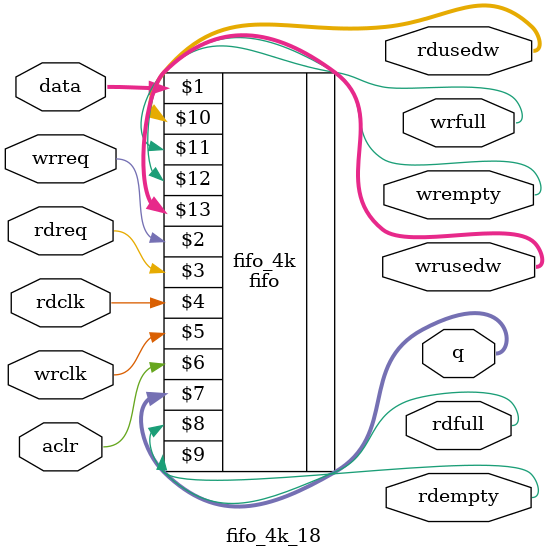
<source format=v>


module fifo_4k_18
  (input  [17:0] data,
   input         wrreq,
   input         wrclk,
   output 	 wrfull,
   output 	 wrempty,
   output [11:0] wrusedw,

   output [17:0] q,
   input         rdreq,
   input         rdclk,
   output 	 rdfull,
   output 	 rdempty,
   output [11:0] rdusedw,

   input 	 aclr );

fifo #(.width(18),.depth(4096),.addr_bits(12)) fifo_4k 
  ( data, wrreq, rdreq, rdclk, wrclk, aclr, q,
    rdfull, rdempty, rdusedw, wrfull, wrempty, wrusedw);
   
endmodule // fifo_4k_18

   

</source>
